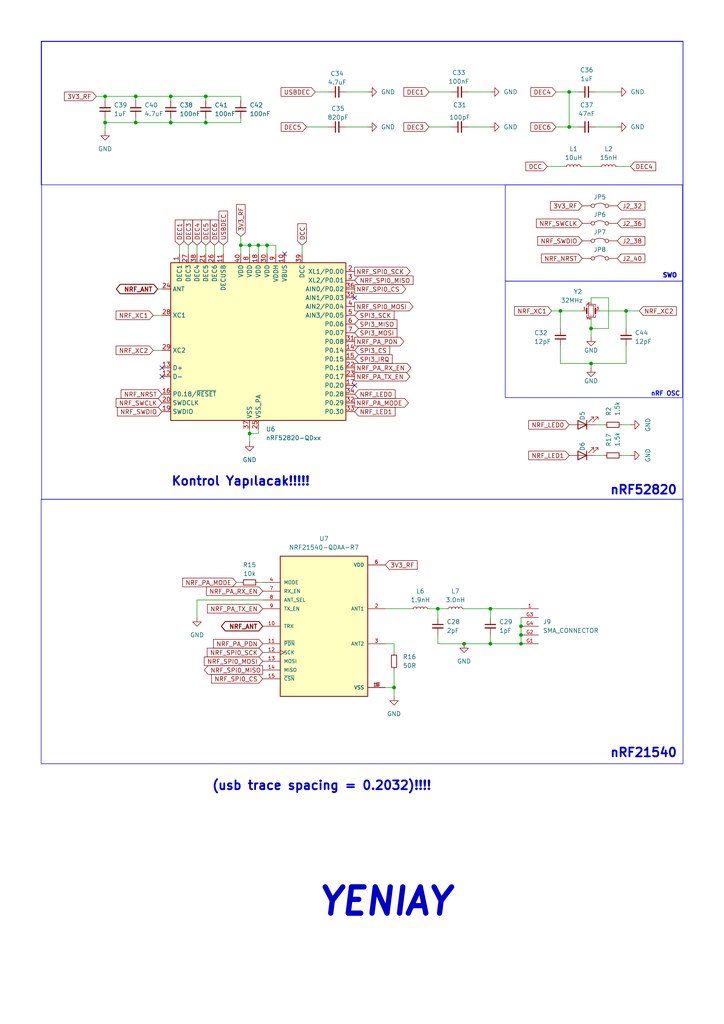
<source format=kicad_sch>
(kicad_sch (version 20231120) (generator "eeschema") (generator_version "8.0")
  (paper "A4" portrait)
  (title_block (title "RF "))
  (lib_symbols
    (symbol "Device:C_Small" (pin_numbers hide) (pin_names (offset 0.254) hide)
      (property "Reference" "C" (at 0.254 1.778 0))
      (property "Value" "C_Small" (at 0.254 -2.032 0))
      (symbol "C_Small_0_1"
        (polyline (pts (xy -1.524 -0.508) (xy 1.524 -0.508)) (stroke (width 0.3302)))
        (polyline (pts (xy -1.524 0.508) (xy 1.524 0.508)) (stroke (width 0.3048)))
      )
      (symbol "C_Small_1_1"
        (pin passive line (at 0 2.54 270) (length 2.032) (name "~") (number "1"))
        (pin passive line (at 0 -2.54 90) (length 2.032) (name "~") (number "2"))
      )
    )
    (symbol "Device:Crystal_GND24_Small" (pin_names (offset 1.016) hide)
      (property "Reference" "Y" (at 1.27 4.445 0))
      (property "Value" "Crystal_GND24_Small" (at 1.27 2.54 0))
      (symbol "Crystal_GND24_Small_0_1"
        (rectangle (start -0.762 -1.524) (end 0.762 1.524))
        (polyline (pts (xy -1.27 -0.762) (xy -1.27 0.762)) (stroke (width 0.381)))
        (polyline (pts (xy 1.27 -0.762) (xy 1.27 0.762)) (stroke (width 0.381)))
        (polyline (pts (xy -1.27 -1.27) (xy -1.27 -1.905) (xy 1.27 -1.905) (xy 1.27 -1.27)))
        (polyline (pts (xy -1.27 1.27) (xy -1.27 1.905) (xy 1.27 1.905) (xy 1.27 1.27)))
      )
      (symbol "Crystal_GND24_Small_1_1"
        (pin passive line (at -2.54 0 0) (length 1.27) (name "1") (number "1"))
        (pin passive line (at 0 -2.54 90) (length 0.635) (name "2") (number "2"))
        (pin passive line (at 2.54 0 180) (length 1.27) (name "3") (number "3"))
        (pin passive line (at 0 2.54 270) (length 0.635) (name "4") (number "4"))
      )
    )
    (symbol "Device:LED" (pin_numbers hide) (pin_names (offset 1.016) hide)
      (property "Reference" "D" (at 0 2.54 0))
      (property "Value" "LED" (at 0 -2.54 0))
      (symbol "LED_0_1"
        (polyline (pts (xy -1.27 -1.27) (xy -1.27 1.27)) (stroke (width 0.254)))
        (polyline (pts (xy -1.27 0) (xy 1.27 0)))
        (polyline (pts (xy 1.27 -1.27) (xy 1.27 1.27) (xy -1.27 0) (xy 1.27 -1.27)) (stroke (width 0.254)))
        (polyline (pts (xy -3.048 -0.762) (xy -4.572 -2.286) (xy -3.81 -2.286) (xy -4.572 -2.286) (xy -4.572 -1.524)))
        (polyline (pts (xy -1.778 -0.762) (xy -3.302 -2.286) (xy -2.54 -2.286) (xy -3.302 -2.286) (xy -3.302 -1.524)))
      )
      (symbol "LED_1_1"
        (pin passive line (at -3.81 0 0) (length 2.54) (name "K") (number "1"))
        (pin passive line (at 3.81 0 180) (length 2.54) (name "A") (number "2"))
      )
    )
    (symbol "Device:L_Small" (pin_numbers hide) (pin_names (offset 0.254) hide)
      (property "Reference" "L" (at 0.762 1.016 0))
      (property "Value" "L_Small" (at 0.762 -1.016 0))
      (symbol "L_Small_0_1"
        (arc (start 0 -2.032) (mid 0.5058 -1.524) (end 0 -1.016))
        (arc (start 0 -1.016) (mid 0.5058 -0.508) (end 0 0))
        (arc (start 0 0) (mid 0.5058 0.508) (end 0 1.016))
        (arc (start 0 1.016) (mid 0.5058 1.524) (end 0 2.032))
      )
      (symbol "L_Small_1_1"
        (pin passive line (at 0 2.54 270) (length 0.508) (name "~") (number "1"))
        (pin passive line (at 0 -2.54 90) (length 0.508) (name "~") (number "2"))
      )
    )
    (symbol "Device:R_Small" (pin_numbers hide) (pin_names (offset 0.254) hide)
      (property "Reference" "R" (at 0.762 0.508 0))
      (property "Value" "R_Small" (at 0.762 -1.016 0))
      (symbol "R_Small_0_1"
        (rectangle (start -0.762 1.778) (end 0.762 -1.778) (stroke (width 0.2032)))
      )
      (symbol "R_Small_1_1"
        (pin passive line (at 0 2.54 270) (length 0.762) (name "~") (number "1"))
        (pin passive line (at 0 -2.54 90) (length 0.762) (name "~") (number "2"))
      )
    )
    (symbol "Jumper:Jumper_2_Bridged" (pin_numbers hide) (pin_names (offset 0) hide) (exclude_from_sim yes)
      (property "Reference" "JP" (at 0 1.905 0))
      (property "Value" "Jumper_2_Bridged" (at 0 -2.54 0))
      (symbol "Jumper_2_Bridged_0_0"
        (circle (center -2.032 0) (radius 0.508))
        (circle (center 2.032 0) (radius 0.508))
      )
      (symbol "Jumper_2_Bridged_0_1"
        (arc (start 1.524 0.254) (mid 0 0.762) (end -1.524 0.254))
      )
      (symbol "Jumper_2_Bridged_1_1"
        (pin passive line (at -5.08 0 0) (length 2.54) (name "A") (number "1"))
        (pin passive line (at 5.08 0 180) (length 2.54) (name "B") (number "2"))
      )
    )
    (symbol "MCU_Nordic:nRF52820-QDxx"
      (property "Reference" "U" (at -2.54 0 0))
      (property "Value" "nRF52820-QDxx" (at -2.54 -2.54 0))
      (symbol "nRF52820-QDxx_0_1"
        (rectangle (start -25.4 22.86) (end 25.4 -22.86) (stroke (width 0.254)) (fill (type background)))
      )
      (symbol "nRF52820-QDxx_1_1"
        (pin passive line (at -22.86 25.4 270) (length 2.54) (name "DEC1") (number "1"))
        (pin power_in line (at 7.62 25.4 270) (length 2.54) (name "VBUS") (number "10"))
        (pin passive line (at -10.16 25.4 270) (length 2.54) (name "DECUSB") (number "11"))
        (pin bidirectional line (at -27.94 -10.16 0) (length 2.54) (name "D-") (number "12"))
        (pin bidirectional line (at -27.94 -7.62 0) (length 2.54) (name "D+") (number "13"))
        (pin bidirectional line (at 27.94 -2.54 180) (length 2.54) (name "P0.14") (number "14"))
        (pin bidirectional line (at 27.94 -5.08 180) (length 2.54) (name "P0.15") (number "15"))
        (pin bidirectional line (at -27.94 -15.24 0) (length 2.54) (name "P0.18/~{RESET}") (number "16"))
        (pin bidirectional line (at 27.94 -12.7 180) (length 2.54) (name "P0.20") (number "17"))
        (pin power_in line (at 0 25.4 270) (length 2.54) (name "VDD") (number "18"))
        (pin bidirectional line (at -27.94 -20.32 0) (length 2.54) (name "SWDIO") (number "19"))
        (pin bidirectional line (at 27.94 20.32 180) (length 2.54) (name "XL1/P0.00") (number "2"))
        (pin input line (at -27.94 -17.78 0) (length 2.54) (name "SWDCLK") (number "20"))
        (pin passive line (at -15.24 25.4 270) (length 2.54) (name "DEC5") (number "21"))
        (pin bidirectional line (at 27.94 -7.62 180) (length 2.54) (name "P0.16") (number "22"))
        (pin bidirectional line (at 27.94 -10.16 180) (length 2.54) (name "P0.17") (number "23"))
        (pin passive line (at -27.94 15.24 0) (length 2.54) (name "ANT") (number "24"))
        (pin power_in line (at 0 -25.4 90) (length 2.54) (name "VSS_PA") (number "25"))
        (pin passive line (at -12.7 25.4 270) (length 2.54) (name "DEC6") (number "26"))
        (pin passive line (at -20.32 25.4 270) (length 2.54) (name "DEC3") (number "27"))
        (pin input line (at -27.94 7.62 0) (length 2.54) (name "XC1") (number "28"))
        (pin input line (at -27.94 -2.54 0) (length 2.54) (name "XC2") (number "29"))
        (pin bidirectional line (at 27.94 17.78 180) (length 2.54) (name "XL2/P0.01") (number "3"))
        (pin power_in line (at 2.54 25.4 270) (length 2.54) (name "VDD") (number "30"))
        (pin bidirectional line (at 27.94 0 180) (length 2.54) (name "P0.08") (number "31"))
        (pin bidirectional line (at 27.94 -17.78 180) (length 2.54) (name "P0.29") (number "32"))
        (pin bidirectional line (at 27.94 -20.32 180) (length 2.54) (name "P0.30") (number "33"))
        (pin bidirectional line (at 27.94 -15.24 180) (length 2.54) (name "P0.28") (number "34"))
        (pin bidirectional line (at 27.94 12.7 180) (length 2.54) (name "AIN1/P0.03") (number "35"))
        (pin bidirectional line (at 27.94 15.24 180) (length 2.54) (name "AIN0/P0.02") (number "36"))
        (pin power_in line (at -2.54 -25.4 90) (length 2.54) (name "VSS") (number "37"))
        (pin passive line (at -17.78 25.4 270) (length 2.54) (name "DEC4") (number "38"))
        (pin power_out line (at 12.7 25.4 270) (length 2.54) (name "DCC") (number "39"))
        (pin bidirectional line (at 27.94 10.16 180) (length 2.54) (name "AIN2/P0.04") (number "4"))
        (pin power_in line (at -5.08 25.4 270) (length 2.54) (name "VDD") (number "40"))
        (pin passive line (at -2.54 -25.4 90) (length 2.54) hide (name "VSS") (number "41"))
        (pin bidirectional line (at 27.94 7.62 180) (length 2.54) (name "AIN3/P0.05") (number "5"))
        (pin bidirectional line (at 27.94 5.08 180) (length 2.54) (name "P0.06") (number "6"))
        (pin bidirectional line (at 27.94 2.54 180) (length 2.54) (name "P0.07") (number "7"))
        (pin power_in line (at -2.54 25.4 270) (length 2.54) (name "VDD") (number "8"))
        (pin power_in line (at 5.08 25.4 270) (length 2.54) (name "VDDH") (number "9"))
      )
    )
    (symbol "NRF21540-QDAA-R7:NRF21540-QDAA-R7" (pin_names (offset 1.016))
      (property "Reference" "U" (at -12.7 21.209 0))
      (property "Value" "NRF21540-QDAA-R7" (at -12.7 -22.86 0))
      (symbol "NRF21540-QDAA-R7_0_0"
        (rectangle (start -12.7 -20.32) (end 12.7 20.32) (stroke (width 0.254)) (fill (type background)))
        (pin power_in line (at 17.78 -17.78 180) (length 5.08) (name "VSS") (number "1"))
        (pin bidirectional line (at -17.78 0 0) (length 5.08) (name "TRX") (number "10"))
        (pin input line (at -17.78 -5.08 0) (length 5.08) (name "~{PDN}") (number "11"))
        (pin input clock (at -17.78 -7.62 0) (length 5.08) (name "SCK") (number "12"))
        (pin input line (at -17.78 -10.16 0) (length 5.08) (name "MOSI") (number "13"))
        (pin output line (at -17.78 -12.7 0) (length 5.08) (name "MISO") (number "14"))
        (pin input line (at -17.78 -15.24 0) (length 5.08) (name "~{CSN}") (number "15"))
        (pin power_in line (at 17.78 -17.78 180) (length 5.08) (name "VSS") (number "16"))
        (pin power_in line (at 17.78 -17.78 180) (length 5.08) (name "VSS") (number "17"))
        (pin bidirectional line (at 17.78 5.08 180) (length 5.08) (name "ANT1") (number "2"))
        (pin bidirectional line (at 17.78 -5.08 180) (length 5.08) (name "ANT2") (number "3"))
        (pin input line (at -17.78 12.7 0) (length 5.08) (name "MODE") (number "4"))
        (pin power_in line (at 17.78 17.78 180) (length 5.08) (name "VDD") (number "5"))
        (pin power_in line (at 17.78 17.78 180) (length 5.08) (name "VDD") (number "6"))
        (pin input line (at -17.78 10.16 0) (length 5.08) (name "RX_EN") (number "7"))
        (pin input line (at -17.78 7.62 0) (length 5.08) (name "ANT_SEL") (number "8"))
        (pin input line (at -17.78 5.08 0) (length 5.08) (name "TX_EN") (number "9"))
      )
    )
    (symbol "SMA_CONNECTOR:SMA_CONNECTOR" (pin_names (offset 1.016))
      (property "Reference" "J" (at -3.81 1.524 0))
      (property "Value" "SMA_CONNECTOR" (at 10.16 -6.35 0))
      (symbol "SMA_CONNECTOR_0_0"
        (pin passive line (at 2.54 0 180) (length 5.08) (name "~") (number "1"))
        (pin passive line (at 2.54 -10.16 180) (length 5.08) (name "~") (number "G1"))
        (pin passive line (at 2.54 -7.62 180) (length 5.08) (name "~") (number "G2"))
        (pin passive line (at 2.54 -2.54 180) (length 5.08) (name "~") (number "G3"))
        (pin passive line (at 2.54 -5.08 180) (length 5.08) (name "~") (number "G4"))
      )
    )
    (symbol "power:GND" (power) (pin_numbers hide) (pin_names (offset 0) hide)
      (property "Value" "GND" (at 0 -3.81 0))
      (symbol "GND_0_1"
        (polyline (pts (xy 0 0) (xy 0 -1.27) (xy 1.27 -1.27) (xy 0 -2.54) (xy -1.27 -1.27) (xy 0 -1.27)))
      )
      (symbol "GND_1_1"
        (pin power_in line (at 0 0 270) (length 0) (name "~") (number "1"))
      )
    )
  )
  (junction (at 127 176.53))
  (junction (at 59.69 35.56))
  (junction (at 72.39 71.12))
  (junction (at 74.93 71.12))
  (junction (at 134.62 186.69))
  (junction (at 162.56 90.17))
  (junction (at 77.47 71.12))
  (junction (at 151.13 181.61))
  (junction (at 181.61 90.17))
  (junction (at 142.24 176.53))
  (junction (at 30.48 27.94))
  (junction (at 165.1 26.67))
  (junction (at 151.13 186.69))
  (junction (at 165.1 36.83))
  (junction (at 114.3 199.39))
  (junction (at 39.37 35.56))
  (junction (at 39.37 27.94))
  (junction (at 49.53 27.94))
  (junction (at 72.39 125.73))
  (junction (at 59.69 27.94))
  (junction (at 30.48 35.56))
  (junction (at 171.45 105.41))
  (junction (at 69.85 71.12))
  (junction (at 49.53 35.56))
  (junction (at 142.24 186.69))
  (junction (at 151.13 184.15))
  (junction (at 171.45 95.25))
  (no_connect (at 46.99 109.22))
  (no_connect (at 102.87 111.76))
  (no_connect (at 82.55 73.66))
  (no_connect (at 46.99 106.68))
  (no_connect (at 102.87 86.36))
  (wire (pts (xy 69.85 35.56) (xy 69.85 34.29)))
  (wire (pts (xy 124.46 26.67) (xy 130.81 26.67)))
  (wire (pts (xy 72.39 125.73) (xy 72.39 124.46)))
  (wire (pts (xy 111.76 199.39) (xy 114.3 199.39)))
  (wire (pts (xy 44.45 101.6) (xy 46.99 101.6)))
  (wire (pts (xy 74.93 71.12) (xy 77.47 71.12)))
  (wire (pts (xy 100.33 36.83) (xy 106.68 36.83)))
  (wire (pts (xy 162.56 90.17) (xy 162.56 95.25)))
  (wire (pts (xy 59.69 71.12) (xy 59.69 73.66)))
  (wire (pts (xy 57.15 71.12) (xy 57.15 73.66)))
  (wire (pts (xy 74.93 73.66) (xy 74.93 71.12)))
  (wire (pts (xy 59.69 27.94) (xy 59.69 29.21)))
  (wire (pts (xy 142.24 186.69) (xy 151.13 186.69)))
  (wire (pts (xy 114.3 194.31) (xy 114.3 199.39)))
  (wire (pts (xy 127 184.15) (xy 127 186.69)))
  (wire (pts (xy 165.1 26.67) (xy 167.64 26.67)))
  (wire (pts (xy 179.07 48.26) (xy 182.88 48.26)))
  (wire (pts (xy 111.76 176.53) (xy 119.38 176.53)))
  (wire (pts (xy 39.37 27.94) (xy 49.53 27.94)))
  (wire (pts (xy 72.39 125.73) (xy 74.93 125.73)))
  (wire (pts (xy 72.39 71.12) (xy 69.85 71.12)))
  (wire (pts (xy 49.53 35.56) (xy 49.53 34.29)))
  (wire (pts (xy 114.3 186.69) (xy 111.76 186.69)))
  (wire (pts (xy 30.48 27.94) (xy 39.37 27.94)))
  (wire (pts (xy 172.72 36.83) (xy 179.07 36.83)))
  (wire (pts (xy 57.15 173.99) (xy 57.15 179.07)))
  (wire (pts (xy 30.48 35.56) (xy 39.37 35.56)))
  (wire (pts (xy 59.69 35.56) (xy 59.69 34.29)))
  (wire (pts (xy 62.23 71.12) (xy 62.23 73.66)))
  (wire (pts (xy 69.85 68.58) (xy 69.85 71.12)))
  (wire (pts (xy 171.45 95.25) (xy 171.45 97.79)))
  (wire (pts (xy 181.61 100.33) (xy 181.61 105.41)))
  (wire (pts (xy 30.48 35.56) (xy 30.48 38.1)))
  (wire (pts (xy 171.45 87.63) (xy 171.45 86.36)))
  (wire (pts (xy 49.53 27.94) (xy 49.53 29.21)))
  (wire (pts (xy 127 176.53) (xy 129.54 176.53)))
  (wire (pts (xy 135.89 36.83) (xy 142.24 36.83)))
  (wire (pts (xy 49.53 35.56) (xy 59.69 35.56)))
  (wire (pts (xy 74.93 125.73) (xy 74.93 124.46)))
  (wire (pts (xy 171.45 106.68) (xy 171.45 105.41)))
  (wire (pts (xy 142.24 176.53) (xy 142.24 179.07)))
  (wire (pts (xy 54.61 71.12) (xy 54.61 73.66)))
  (wire (pts (xy 168.91 90.17) (xy 162.56 90.17)))
  (wire (pts (xy 91.44 26.67) (xy 95.25 26.67)))
  (wire (pts (xy 69.85 71.12) (xy 69.85 73.66)))
  (wire (pts (xy 142.24 176.53) (xy 151.13 176.53)))
  (wire (pts (xy 72.39 71.12) (xy 72.39 73.66)))
  (wire (pts (xy 165.1 36.83) (xy 167.64 36.83)))
  (wire (pts (xy 162.56 105.41) (xy 171.45 105.41)))
  (wire (pts (xy 171.45 92.71) (xy 171.45 95.25)))
  (wire (pts (xy 181.61 90.17) (xy 185.42 90.17)))
  (wire (pts (xy 114.3 189.23) (xy 114.3 186.69)))
  (wire (pts (xy 100.33 26.67) (xy 106.68 26.67)))
  (wire (pts (xy 142.24 186.69) (xy 134.62 186.69)))
  (wire (pts (xy 80.01 73.66) (xy 80.01 71.12)))
  (wire (pts (xy 176.53 95.25) (xy 171.45 95.25)))
  (wire (pts (xy 162.56 100.33) (xy 162.56 105.41)))
  (wire (pts (xy 52.07 71.12) (xy 52.07 73.66)))
  (wire (pts (xy 127 176.53) (xy 127 179.07)))
  (wire (pts (xy 124.46 36.83) (xy 130.81 36.83)))
  (wire (pts (xy 44.45 91.44) (xy 46.99 91.44)))
  (wire (pts (xy 168.91 48.26) (xy 173.99 48.26)))
  (wire (pts (xy 124.46 176.53) (xy 127 176.53)))
  (wire (pts (xy 158.75 48.26) (xy 163.83 48.26)))
  (wire (pts (xy 69.85 27.94) (xy 69.85 29.21)))
  (wire (pts (xy 161.29 36.83) (xy 165.1 36.83)))
  (wire (pts (xy 30.48 34.29) (xy 30.48 35.56)))
  (wire (pts (xy 176.53 86.36) (xy 176.53 95.25)))
  (wire (pts (xy 171.45 105.41) (xy 181.61 105.41)))
  (wire (pts (xy 77.47 71.12) (xy 77.47 73.66)))
  (wire (pts (xy 68.58 168.91) (xy 69.85 168.91)))
  (wire (pts (xy 87.63 71.12) (xy 87.63 73.66)))
  (wire (pts (xy 39.37 27.94) (xy 39.37 29.21)))
  (wire (pts (xy 72.39 71.12) (xy 74.93 71.12)))
  (wire (pts (xy 27.94 27.94) (xy 30.48 27.94)))
  (wire (pts (xy 114.3 199.39) (xy 114.3 201.93)))
  (wire (pts (xy 161.29 26.67) (xy 165.1 26.67)))
  (wire (pts (xy 171.45 86.36) (xy 176.53 86.36)))
  (wire (pts (xy 64.77 71.12) (xy 64.77 73.66)))
  (wire (pts (xy 172.72 26.67) (xy 179.07 26.67)))
  (wire (pts (xy 59.69 27.94) (xy 69.85 27.94)))
  (wire (pts (xy 59.69 35.56) (xy 69.85 35.56)))
  (wire (pts (xy 76.2 173.99) (xy 57.15 173.99)))
  (wire (pts (xy 127 186.69) (xy 134.62 186.69)))
  (wire (pts (xy 151.13 181.61) (xy 151.13 184.15)))
  (wire (pts (xy 142.24 184.15) (xy 142.24 186.69)))
  (wire (pts (xy 165.1 26.67) (xy 165.1 36.83)))
  (wire (pts (xy 72.39 128.27) (xy 72.39 125.73)))
  (wire (pts (xy 39.37 35.56) (xy 49.53 35.56)))
  (wire (pts (xy 135.89 26.67) (xy 142.24 26.67)))
  (wire (pts (xy 173.99 90.17) (xy 181.61 90.17)))
  (wire (pts (xy 49.53 27.94) (xy 59.69 27.94)))
  (wire (pts (xy 30.48 27.94) (xy 30.48 29.21)))
  (wire (pts (xy 74.93 168.91) (xy 76.2 168.91)))
  (wire (pts (xy 172.72 123.19) (xy 175.26 123.19)))
  (wire (pts (xy 172.72 132.08) (xy 175.26 132.08)))
  (wire (pts (xy 134.62 176.53) (xy 142.24 176.53)))
  (wire (pts (xy 151.13 179.07) (xy 151.13 181.61)))
  (wire (pts (xy 80.01 71.12) (xy 77.47 71.12)))
  (wire (pts (xy 151.13 184.15) (xy 151.13 186.69)))
  (wire (pts (xy 88.9 36.83) (xy 95.25 36.83)))
  (wire (pts (xy 39.37 35.56) (xy 39.37 34.29)))
  (wire (pts (xy 180.34 123.19) (xy 182.88 123.19)))
  (wire (pts (xy 180.34 132.08) (xy 182.88 132.08)))
  (wire (pts (xy 160.02 90.17) (xy 162.56 90.17)))
  (wire (pts (xy 181.61 90.17) (xy 181.61 95.25)))
  (wire (pts (xy 45.72 83.82) (xy 46.99 83.82)))
  (rectangle (start 11.938 144.78) (end 198.12 221.488))
  (rectangle (start 146.558 53.594) (end 197.993 81.534))
  (rectangle (start 12.065 12.065) (end 198.12 144.78))
  (rectangle (start 146.558 81.534) (end 197.993 115.316))
  (rectangle (start 11.938 11.938) (end 198.12 53.594))
  (text "Kontrol Yapılacak!!!!!" (at 69.85 139.7 0) (effects (font (size 2.54 2.54) (thickness 0.508) (bold yes))))
  (text "(usb trace spacing = 0.2032)!!!!" (at 93.345 227.965 0) (effects (font (size 2.54 2.54) (thickness 0.508) (bold yes))))
  (text "nRF21540" (at 186.69 218.44 0) (effects (font (size 2.54 2.54) (thickness 0.508) (bold yes))))
  (text "nRF52820" (at 186.69 142.24 0) (effects (font (size 2.54 2.54) (thickness 0.508) (bold yes))))
  (text "YENIAY" (at 111.76 261.62 0) (effects (font (size 7.62 7.62) (thickness 1.524) (bold yes) (italic yes))))
  (text "nRF OSC" (at 193.04 114.3 0) (effects (font (size 1.27 1.27) (thickness 0.254) (bold yes))))
  (text "SWO" (at 194.31 80.01 0) (effects (font (size 1.27 1.27) (thickness 0.508) (bold yes))))
  (global_label "NRF_XC1" (shape input) (at 160.02 90.17 180) (property "Intersheetrefs" "${INTERSHEET_REFS}" (effects (hide yes))))
  (global_label "DEC6" (shape input) (at 62.23 71.12 90) (property "Intersheetrefs" "${INTERSHEET_REFS}" (effects (hide yes))))
  (global_label "DEC4" (shape input) (at 161.29 26.67 180) (property "Intersheetrefs" "${INTERSHEET_REFS}" (effects (hide yes))))
  (global_label "NRF_SWCLK" (shape input) (at 168.91 64.77 180) (property "Intersheetrefs" "${INTERSHEET_REFS}" (effects (hide yes))))
  (global_label "DCC" (shape input) (at 87.63 71.12 90) (property "Intersheetrefs" "${INTERSHEET_REFS}" (effects (hide yes))))
  (global_label "SPI3_CS" (shape input) (at 102.87 101.6 0) (property "Intersheetrefs" "${INTERSHEET_REFS}" (effects (hide yes))))
  (global_label "DEC3" (shape input) (at 54.61 71.12 90) (property "Intersheetrefs" "${INTERSHEET_REFS}" (effects (hide yes))))
  (global_label "NRF_NRST" (shape input) (at 168.91 74.93 180) (property "Intersheetrefs" "${INTERSHEET_REFS}" (effects (hide yes))))
  (global_label "NRF_NRST" (shape input) (at 46.99 114.3 180) (property "Intersheetrefs" "${INTERSHEET_REFS}" (effects (hide yes))))
  (global_label "NRF_SPI0_MOSI" (shape input) (at 76.2 191.77 180) (property "Intersheetrefs" "${INTERSHEET_REFS}" (effects (hide yes))))
  (global_label "NRF_LED0" (shape input) (at 102.87 114.3 0) (property "Intersheetrefs" "${INTERSHEET_REFS}" (effects (hide yes))))
  (global_label "DEC1" (shape input) (at 124.46 26.67 180) (property "Intersheetrefs" "${INTERSHEET_REFS}" (effects (hide yes))))
  (global_label "NRF_SPI0_CS" (shape output) (at 102.87 83.82 0) (property "Intersheetrefs" "${INTERSHEET_REFS}" (effects (hide yes))))
  (global_label "J2_38" (shape input) (at 179.07 69.85 0) (property "Intersheetrefs" "${INTERSHEET_REFS}" (effects (hide yes))))
  (global_label "NRF_ANT" (shape bidirectional) (at 45.72 83.82 180) (effects (font (thickness 0.254) (bold yes))) (property "Intersheetrefs" "${INTERSHEET_REFS}" (effects (hide yes))))
  (global_label "DEC1" (shape input) (at 52.07 71.12 90) (property "Intersheetrefs" "${INTERSHEET_REFS}" (effects (hide yes))))
  (global_label "NRF_XC2" (shape input) (at 44.45 101.6 180) (property "Intersheetrefs" "${INTERSHEET_REFS}" (effects (hide yes))))
  (global_label "3V3_RF" (shape input) (at 69.85 68.58 90) (property "Intersheetrefs" "${INTERSHEET_REFS}" (effects (hide yes))))
  (global_label "NRF_PA_MODE" (shape input) (at 68.58 168.91 180) (property "Intersheetrefs" "${INTERSHEET_REFS}" (effects (hide yes))))
  (global_label "DCC" (shape input) (at 158.75 48.26 180) (property "Intersheetrefs" "${INTERSHEET_REFS}" (effects (hide yes))))
  (global_label "NRF_PA_PDN" (shape input) (at 76.2 186.69 180) (property "Intersheetrefs" "${INTERSHEET_REFS}" (effects (hide yes))))
  (global_label "SPI3_SCK" (shape input) (at 102.87 91.44 0) (property "Intersheetrefs" "${INTERSHEET_REFS}" (effects (hide yes))))
  (global_label "NRF_XC1" (shape input) (at 44.45 91.44 180) (property "Intersheetrefs" "${INTERSHEET_REFS}" (effects (hide yes))))
  (global_label "DEC4" (shape input) (at 57.15 71.12 90) (property "Intersheetrefs" "${INTERSHEET_REFS}" (effects (hide yes))))
  (global_label "NRF_LED0" (shape input) (at 165.1 123.19 180) (property "Intersheetrefs" "${INTERSHEET_REFS}" (effects (hide yes))))
  (global_label "DEC4" (shape input) (at 182.88 48.26 0) (property "Intersheetrefs" "${INTERSHEET_REFS}" (effects (hide yes))))
  (global_label "SPI3_IRQ" (shape input) (at 102.87 104.14 0) (property "Intersheetrefs" "${INTERSHEET_REFS}" (effects (hide yes))))
  (global_label "NRF_SPI0_SCK" (shape input) (at 76.2 189.23 180) (property "Intersheetrefs" "${INTERSHEET_REFS}" (effects (hide yes))))
  (global_label "NRF_SWDIO" (shape input) (at 46.99 119.38 180) (property "Intersheetrefs" "${INTERSHEET_REFS}" (effects (hide yes))))
  (global_label "NRF_SWCLK" (shape input) (at 46.99 116.84 180) (property "Intersheetrefs" "${INTERSHEET_REFS}" (effects (hide yes))))
  (global_label "NRF_SPI0_MOSI" (shape output) (at 102.87 88.9 0) (property "Intersheetrefs" "${INTERSHEET_REFS}" (effects (hide yes))))
  (global_label "NRF_SPI0_MISO" (shape input) (at 102.87 81.28 0) (property "Intersheetrefs" "${INTERSHEET_REFS}" (effects (hide yes))))
  (global_label "NRF_PA_TX_EN" (shape input) (at 76.2 176.53 180) (property "Intersheetrefs" "${INTERSHEET_REFS}" (effects (hide yes))))
  (global_label "SPI3_MOSI" (shape input) (at 102.87 96.52 0) (property "Intersheetrefs" "${INTERSHEET_REFS}" (effects (hide yes))))
  (global_label "NRF_PA_MODE" (shape output) (at 102.87 116.84 0) (property "Intersheetrefs" "${INTERSHEET_REFS}" (effects (hide yes))))
  (global_label "3V3_RF" (shape input) (at 27.94 27.94 180) (property "Intersheetrefs" "${INTERSHEET_REFS}" (effects (hide yes))))
  (global_label "USBDEC" (shape input) (at 64.77 71.12 90) (property "Intersheetrefs" "${INTERSHEET_REFS}" (effects (hide yes))))
  (global_label "NRF_SPI0_CS" (shape input) (at 76.2 196.85 180) (property "Intersheetrefs" "${INTERSHEET_REFS}" (effects (hide yes))))
  (global_label "USBDEC" (shape input) (at 91.44 26.67 180) (property "Intersheetrefs" "${INTERSHEET_REFS}" (effects (hide yes))))
  (global_label "NRF_SPI0_SCK" (shape output) (at 102.87 78.74 0) (property "Intersheetrefs" "${INTERSHEET_REFS}" (effects (hide yes))))
  (global_label "NRF_PA_RX_EN" (shape output) (at 102.87 106.68 0) (property "Intersheetrefs" "${INTERSHEET_REFS}" (effects (hide yes))))
  (global_label "NRF_ANT" (shape bidirectional) (at 76.2 181.61 180) (effects (font (thickness 0.254) (bold yes))) (property "Intersheetrefs" "${INTERSHEET_REFS}" (effects (hide yes))))
  (global_label "NRF_SWDIO" (shape input) (at 168.91 69.85 180) (property "Intersheetrefs" "${INTERSHEET_REFS}" (effects (hide yes))))
  (global_label "3V3_RF" (shape input) (at 168.91 59.69 180) (property "Intersheetrefs" "${INTERSHEET_REFS}" (effects (hide yes))))
  (global_label "NRF_SPI0_MISO" (shape output) (at 76.2 194.31 180) (property "Intersheetrefs" "${INTERSHEET_REFS}" (effects (hide yes))))
  (global_label "NRF_LED1" (shape input) (at 102.87 119.38 0) (property "Intersheetrefs" "${INTERSHEET_REFS}" (effects (hide yes))))
  (global_label "NRF_LED1" (shape input) (at 165.1 132.08 180) (property "Intersheetrefs" "${INTERSHEET_REFS}" (effects (hide yes))))
  (global_label "J2_40" (shape input) (at 179.07 74.93 0) (property "Intersheetrefs" "${INTERSHEET_REFS}" (effects (hide yes))))
  (global_label "NRF_PA_RX_EN" (shape input) (at 76.2 171.45 180) (property "Intersheetrefs" "${INTERSHEET_REFS}" (effects (hide yes))))
  (global_label "J2_32" (shape input) (at 179.07 59.69 0) (property "Intersheetrefs" "${INTERSHEET_REFS}" (effects (hide yes))))
  (global_label "DEC5" (shape input) (at 88.9 36.83 180) (property "Intersheetrefs" "${INTERSHEET_REFS}" (effects (hide yes))))
  (global_label "3V3_RF" (shape input) (at 111.76 163.83 0) (property "Intersheetrefs" "${INTERSHEET_REFS}" (effects (hide yes))))
  (global_label "DEC6" (shape input) (at 161.29 36.83 180) (property "Intersheetrefs" "${INTERSHEET_REFS}" (effects (hide yes))))
  (global_label "SPI3_MISO" (shape input) (at 102.87 93.98 0) (property "Intersheetrefs" "${INTERSHEET_REFS}" (effects (hide yes))))
  (global_label "DEC3" (shape input) (at 124.46 36.83 180) (property "Intersheetrefs" "${INTERSHEET_REFS}" (effects (hide yes))))
  (global_label "DEC5" (shape input) (at 59.69 71.12 90) (property "Intersheetrefs" "${INTERSHEET_REFS}" (effects (hide yes))))
  (global_label "NRF_PA_PDN" (shape output) (at 102.87 99.06 0) (property "Intersheetrefs" "${INTERSHEET_REFS}" (effects (hide yes))))
  (global_label "NRF_PA_TX_EN" (shape output) (at 102.87 109.22 0) (property "Intersheetrefs" "${INTERSHEET_REFS}" (effects (hide yes))))
  (global_label "J2_36" (shape input) (at 179.07 64.77 0) (property "Intersheetrefs" "${INTERSHEET_REFS}" (effects (hide yes))))
  (global_label "NRF_XC2" (shape input) (at 185.42 90.17 0) (property "Intersheetrefs" "${INTERSHEET_REFS}" (effects (hide yes))))
  (symbol (lib_id "power:GND") (at 171.45 106.68 0) (unit 1)
    (property "Reference" "#PWR083" (effects (hide yes)))
    (property "Value" "GND" (at 171.45 110.49 0))
    (property "Description" "Power symbol creates a global label with name \"GND\" , ground" (effects (hide yes)))
  )
  (symbol (lib_id "Device:C_Small") (at 39.37 31.75 180) (unit 1)
    (property "Reference" "C40" (at 41.91 30.4735 0) (effects (justify right)))
    (property "Value" "4.7uF" (at 41.91 33.0135 0) (effects (justify right)))
    (property "Footprint" "Capacitor_SMD:C_0603_1608Metric" (effects (hide yes)))
    (property "Description" "Unpolarized capacitor, small symbol" (effects (hide yes)))
  )
  (symbol (lib_id "power:GND") (at 182.88 123.19 90) (unit 1)
    (property "Reference" "#PWR010" (effects (hide yes)))
    (property "Value" "GND" (at 187.96 123.19 0))
    (property "Description" "Power symbol creates a global label with name \"GND\" , ground" (effects (hide yes)))
  )
  (symbol (lib_id "SMA_CONNECTOR:SMA_CONNECTOR") (at 153.67 176.53 0) (mirror y) (unit 1)
    (property "Reference" "J9" (at 157.48 180.3399 0) (effects (justify right)))
    (property "Value" "SMA_CONNECTOR" (at 157.48 182.8799 0) (effects (justify right)))
    (property "Footprint" "LPRS_SMA_CONNECTOR:LPRS_SMA_CONNECTOR" (effects (hide yes)))
    (property "MF" "LPRS" (effects (hide yes)))
    (property "MAXIMUM_PACKAGE_HEIGHT" "8.3 mm" (effects (hide yes)))
    (property "Package" "None" (effects (hide yes)))
    (property "Price" "None" (effects (hide yes)))
    (property "Check_prices" "https://www.snapeda.com/parts/SMA%20CONNECTOR/LPRS/view-part/?ref=eda" (effects (hide yes)))
    (property "STANDARD" "Manufacturer Recommendations" (effects (hide yes)))
    (property "PARTREV" "1.3" (effects (hide yes)))
    (property "SnapEDA_Link" "https://www.snapeda.com/parts/SMA%20CONNECTOR/LPRS/view-part/?ref=snap" (effects (hide yes)))
    (property "MP" "SMA CONNECTOR" (effects (hide yes)))
    (property "Description_1" "\nRF Coaxial Straight SMA Connector\n" (effects (hide yes)))
    (property "Availability" "In Stock" (effects (hide yes)))
    (property "MANUFACTURER" "LPRS" (effects (hide yes)))
  )
  (symbol (lib_id "Device:R_Small") (at 114.3 191.77 0) (unit 1)
    (property "Reference" "R16" (at 116.84 190.4999 0) (effects (justify left)))
    (property "Value" "50R" (at 116.84 193.0399 0) (effects (justify left)))
    (property "Footprint" "Resistor_SMD:R_0603_1608Metric" (effects (hide yes)))
    (property "Description" "Resistor, small symbol" (effects (hide yes)))
  )
  (symbol (lib_id "Device:C_Small") (at 69.85 31.75 0) (unit 1)
    (property "Reference" "C42" (at 72.39 30.4862 0) (effects (justify left)))
    (property "Value" "100nF" (at 72.39 33.0262 0) (effects (justify left)))
    (property "Footprint" "Capacitor_SMD:C_0603_1608Metric" (effects (hide yes)))
    (property "Description" "Unpolarized capacitor, small symbol" (effects (hide yes)))
  )
  (symbol (lib_id "Device:R_Small") (at 177.8 132.08 270) (unit 1)
    (property "Reference" "R17" (at 176.5299 129.54 0) (effects (justify right)))
    (property "Value" "1.5k" (at 179.0699 129.54 0) (effects (justify right)))
    (property "Footprint" "Resistor_SMD:R_0603_1608Metric" (effects (hide yes)))
    (property "Description" "Resistor, small symbol" (effects (hide yes)))
  )
  (symbol (lib_id "Device:C_Small") (at 170.18 36.83 90) (unit 1)
    (property "Reference" "C37" (at 170.1863 30.48 90))
    (property "Value" "47nF" (at 170.1863 33.02 90))
    (property "Footprint" "Capacitor_SMD:C_0603_1608Metric" (effects (hide yes)))
    (property "Description" "Unpolarized capacitor, small symbol" (effects (hide yes)))
  )
  (symbol (lib_id "Device:C_Small") (at 170.18 26.67 90) (unit 1)
    (property "Reference" "C36" (at 170.1863 20.32 90))
    (property "Value" "1uF" (at 170.1863 22.86 90))
    (property "Footprint" "Capacitor_SMD:C_0603_1608Metric" (effects (hide yes)))
    (property "Description" "Unpolarized capacitor, small symbol" (effects (hide yes)))
  )
  (symbol (lib_id "MCU_Nordic:nRF52820-QDxx") (at 74.93 99.06 0) (unit 1)
    (property "Reference" "U6" (at 77.1241 124.46 0) (effects (justify left)))
    (property "Value" "nRF52820-QDxx" (at 77.1241 127 0) (effects (justify left)))
    (property "Footprint" "Package_DFN_QFN:QFN-40-1EP_5x5mm_P0.4mm_EP3.6x3.6mm" (effects (hide yes)))
    (property "Datasheet" "https://infocenter.nordicsemi.com/pdf/nRF52820_PS_v1.0.pdf" (effects (hide yes)))
    (property "Description" "Multiprotocol BLE/ANT/2.4 GHz/802.15.4 Cortex-M4 SoC, QFN-40" (effects (hide yes)))
  )
  (symbol (lib_id "Jumper:Jumper_2_Bridged") (at 173.99 64.77 0) (unit 1) (exclude_from_sim yes)
    (property "Reference" "JP6" (at 173.99 62.23 0))
    (property "Value" "SWDIO" (effects (hide yes)))
    (property "Footprint" "Capacitor_SMD:C_0201_0603Metric" (effects (hide yes)))
    (property "Description" "Jumper, 2-pole, closed/bridged" (effects (hide yes)))
  )
  (symbol (lib_id "power:GND") (at 134.62 186.69 0) (unit 1)
    (property "Reference" "#PWR0102" (effects (hide yes)))
    (property "Value" "GND" (at 134.62 191.77 0))
    (property "Description" "Power symbol creates a global label with name \"GND\" , ground" (effects (hide yes)))
  )
  (symbol (lib_id "power:GND") (at 114.3 201.93 0) (unit 1)
    (property "Reference" "#PWR087" (effects (hide yes)))
    (property "Value" "GND" (at 114.3 207.01 0))
    (property "Description" "Power symbol creates a global label with name \"GND\" , ground" (effects (hide yes)))
  )
  (symbol (lib_id "Device:C_Small") (at 59.69 31.75 0) (unit 1)
    (property "Reference" "C41" (at 62.23 30.4862 0) (effects (justify left)))
    (property "Value" "100nF" (at 62.23 33.0262 0) (effects (justify left)))
    (property "Footprint" "Capacitor_SMD:C_0603_1608Metric" (effects (hide yes)))
    (property "Description" "Unpolarized capacitor, small symbol" (effects (hide yes)))
  )
  (symbol (lib_id "power:GND") (at 142.24 26.67 90) (unit 1)
    (property "Reference" "#PWR020" (effects (hide yes)))
    (property "Value" "GND" (at 146.05 26.6699 90) (effects (justify right)))
    (property "Description" "Power symbol creates a global label with name \"GND\" , ground" (effects (hide yes)))
  )
  (symbol (lib_id "Device:LED") (at 168.91 132.08 180) (unit 1)
    (property "Reference" "D6" (at 168.91 130.81 90) (effects (justify right)))
    (property "Value" "LED" (effects (hide yes)))
    (property "Footprint" "LED_SMD:LED_0603_1608Metric" (effects (hide yes)))
    (property "Description" "Light emitting diode" (effects (hide yes)))
  )
  (symbol (lib_id "Device:R_Small") (at 177.8 123.19 270) (unit 1)
    (property "Reference" "R2" (at 176.5299 120.65 0) (effects (justify right)))
    (property "Value" "1.5k" (at 179.0699 120.65 0) (effects (justify right)))
    (property "Footprint" "Resistor_SMD:R_0603_1608Metric" (effects (hide yes)))
    (property "Description" "Resistor, small symbol" (effects (hide yes)))
  )
  (symbol (lib_id "power:GND") (at 106.68 36.83 90) (unit 1)
    (property "Reference" "#PWR078" (effects (hide yes)))
    (property "Value" "GND" (at 110.49 36.8299 90) (effects (justify right)))
    (property "Description" "Power symbol creates a global label with name \"GND\" , ground" (effects (hide yes)))
  )
  (symbol (lib_id "power:GND") (at 30.48 38.1 0) (unit 1)
    (property "Reference" "#PWR082" (effects (hide yes)))
    (property "Value" "GND" (at 30.48 43.18 0))
    (property "Description" "Power symbol creates a global label with name \"GND\" , ground" (effects (hide yes)))
  )
  (symbol (lib_id "Device:L_Small") (at 166.37 48.26 90) (unit 1)
    (property "Reference" "L1" (at 166.37 43.18 90))
    (property "Value" "10uH" (at 166.37 45.72 90))
    (property "Footprint" "Inductor_SMD:L_0603_1608Metric" (effects (hide yes)))
    (property "Description" "Inductor, small symbol" (effects (hide yes)))
  )
  (symbol (lib_id "Device:C_Small") (at 30.48 31.75 180) (unit 1)
    (property "Reference" "C39" (at 33.02 30.4735 0) (effects (justify right)))
    (property "Value" "1uF" (at 33.02 33.0135 0) (effects (justify right)))
    (property "Footprint" "Capacitor_SMD:C_0603_1608Metric" (effects (hide yes)))
    (property "Description" "Unpolarized capacitor, small symbol" (effects (hide yes)))
  )
  (symbol (lib_id "power:GND") (at 142.24 36.83 90) (unit 1)
    (property "Reference" "#PWR074" (effects (hide yes)))
    (property "Value" "GND" (at 146.05 36.8299 90) (effects (justify right)))
    (property "Description" "Power symbol creates a global label with name \"GND\" , ground" (effects (hide yes)))
  )
  (symbol (lib_id "Device:LED") (at 168.91 123.19 180) (unit 1)
    (property "Reference" "D5" (at 168.91 121.92 90) (effects (justify right)))
    (property "Value" "LED" (effects (hide yes)))
    (property "Footprint" "LED_SMD:LED_0603_1608Metric" (effects (hide yes)))
    (property "Description" "Light emitting diode" (effects (hide yes)))
  )
  (symbol (lib_id "Device:L_Small") (at 132.08 176.53 90) (unit 1)
    (property "Reference" "L7" (at 132.08 171.45 90))
    (property "Value" "3.0nH" (at 132.08 173.99 90))
    (property "Footprint" "Inductor_SMD:L_0201_0603Metric" (effects (hide yes)))
    (property "Description" "Inductor, small symbol" (effects (hide yes)))
  )
  (symbol (lib_id "power:GND") (at 57.15 179.07 0) (unit 1)
    (property "Reference" "#PWR0101" (effects (hide yes)))
    (property "Value" "GND" (at 57.15 184.15 0))
    (property "Description" "Power symbol creates a global label with name \"GND\" , ground" (effects (hide yes)))
  )
  (symbol (lib_id "Jumper:Jumper_2_Bridged") (at 173.99 69.85 0) (unit 1) (exclude_from_sim yes)
    (property "Reference" "JP7" (at 173.99 67.31 0))
    (property "Value" "SWDIO" (effects (hide yes)))
    (property "Footprint" "Capacitor_SMD:C_0201_0603Metric" (effects (hide yes)))
    (property "Description" "Jumper, 2-pole, closed/bridged" (effects (hide yes)))
  )
  (symbol (lib_id "Device:L_Small") (at 176.53 48.26 90) (unit 1)
    (property "Reference" "L2" (at 176.53 43.18 90))
    (property "Value" "15nH" (at 176.53 45.72 90))
    (property "Footprint" "Inductor_SMD:L_0603_1608Metric" (effects (hide yes)))
    (property "Description" "Inductor, small symbol" (effects (hide yes)))
  )
  (symbol (lib_id "Device:C_Small") (at 181.61 97.79 180) (unit 1)
    (property "Reference" "C44" (at 184.15 96.5135 0) (effects (justify right)))
    (property "Value" "12pF" (at 184.15 99.0535 0) (effects (justify right)))
    (property "Footprint" "Capacitor_SMD:C_0603_1608Metric" (effects (hide yes)))
    (property "Description" "Unpolarized capacitor, small symbol" (effects (hide yes)))
  )
  (symbol (lib_id "Device:Crystal_GND24_Small") (at 171.45 90.17 0) (unit 1)
    (property "Reference" "Y2" (at 167.64 84.582 0))
    (property "Value" "32MHz" (at 165.862 87.122 0))
    (property "Footprint" "Crystal:Crystal_SMD_3225-4Pin_3.2x2.5mm" (effects (hide yes)))
    (property "Description" "Four pin crystal, GND on pins 2 and 4, small symbol" (effects (hide yes)))
  )
  (symbol (lib_id "Jumper:Jumper_2_Bridged") (at 173.99 59.69 0) (unit 1) (exclude_from_sim yes)
    (property "Reference" "JP5" (at 173.99 57.15 0))
    (property "Value" "SWDIO" (effects (hide yes)))
    (property "Footprint" "Capacitor_SMD:C_0201_0603Metric" (effects (hide yes)))
    (property "Description" "Jumper, 2-pole, closed/bridged" (effects (hide yes)))
  )
  (symbol (lib_id "power:GND") (at 171.45 97.79 0) (unit 1)
    (property "Reference" "#PWR076" (effects (hide yes)))
    (property "Value" "GND" (at 171.45 101.6 0))
    (property "Description" "Power symbol creates a global label with name \"GND\" , ground" (effects (hide yes)))
  )
  (symbol (lib_id "Jumper:Jumper_2_Bridged") (at 173.99 74.93 0) (unit 1) (exclude_from_sim yes)
    (property "Reference" "JP8" (at 173.99 72.39 0))
    (property "Value" "SWDIO" (effects (hide yes)))
    (property "Footprint" "Capacitor_SMD:C_0201_0603Metric" (effects (hide yes)))
    (property "Description" "Jumper, 2-pole, closed/bridged" (effects (hide yes)))
  )
  (symbol (lib_id "Device:C_Small") (at 142.24 181.61 0) (unit 1)
    (property "Reference" "C29" (at 144.78 180.3462 0) (effects (justify left)))
    (property "Value" "1pF" (at 144.78 182.8862 0) (effects (justify left)))
    (property "Footprint" "Capacitor_SMD:C_0201_0603Metric" (effects (hide yes)))
    (property "Description" "Unpolarized capacitor, small symbol" (effects (hide yes)))
  )
  (symbol (lib_id "Device:C_Small") (at 97.79 26.67 90) (unit 1)
    (property "Reference" "C34" (at 97.79 21.336 90))
    (property "Value" "4.7uF" (at 97.79 23.876 90))
    (property "Footprint" "Capacitor_SMD:C_0603_1608Metric" (effects (hide yes)))
    (property "Description" "Unpolarized capacitor, small symbol" (effects (hide yes)))
  )
  (symbol (lib_id "Device:C_Small") (at 49.53 31.75 0) (unit 1)
    (property "Reference" "C38" (at 52.07 30.4862 0) (effects (justify left)))
    (property "Value" "100nF" (at 52.07 33.0262 0) (effects (justify left)))
    (property "Footprint" "Capacitor_SMD:C_0603_1608Metric" (effects (hide yes)))
    (property "Description" "Unpolarized capacitor, small symbol" (effects (hide yes)))
  )
  (symbol (lib_id "power:GND") (at 182.88 132.08 90) (unit 1)
    (property "Reference" "#PWR019" (effects (hide yes)))
    (property "Value" "GND" (at 187.96 132.08 0))
    (property "Description" "Power symbol creates a global label with name \"GND\" , ground" (effects (hide yes)))
  )
  (symbol (lib_id "Device:R_Small") (at 72.39 168.91 90) (unit 1)
    (property "Reference" "R15" (at 72.39 163.83 90))
    (property "Value" "10k" (at 72.39 166.37 90))
    (property "Footprint" "Resistor_SMD:R_0603_1608Metric" (effects (hide yes)))
    (property "Description" "Resistor, small symbol" (effects (hide yes)))
  )
  (symbol (lib_id "Device:C_Small") (at 133.35 36.83 90) (unit 1)
    (property "Reference" "C31" (at 133.35 30.48 90))
    (property "Value" "100pF" (at 133.35 34.036 90))
    (property "Footprint" "Capacitor_SMD:C_0603_1608Metric" (effects (hide yes)))
    (property "Description" "Unpolarized capacitor, small symbol" (effects (hide yes)))
  )
  (symbol (lib_id "power:GND") (at 106.68 26.67 90) (unit 1)
    (property "Reference" "#PWR077" (effects (hide yes)))
    (property "Value" "GND" (at 110.49 26.6699 90) (effects (justify right)))
    (property "Description" "Power symbol creates a global label with name \"GND\" , ground" (effects (hide yes)))
  )
  (symbol (lib_id "NRF21540-QDAA-R7:NRF21540-QDAA-R7") (at 93.98 181.61 0) (unit 1)
    (property "Reference" "U7" (at 93.98 156.21 0))
    (property "Value" "NRF21540-QDAA-R7" (at 93.98 158.75 0))
    (property "Footprint" "nRF21540:QFN65P400X400X95-17N" (effects (hide yes)))
    (property "B_NOM" "0.3" (effects (hide yes)))
    (property "PIN_COUNT_D" "4.0" (effects (hide yes)))
    (property "B_MIN" "0.25" (effects (hide yes)))
    (property "Check_prices" "https://www.snapeda.com/parts/nRF21540-QDAA-R7/Nordic+Power/view-part/?ref=eda" (effects (hide yes)))
    (property "B_MAX" "0.35" (effects (hide yes)))
    (property "Description_1" "\n                        \n                            RF Front End 2.36GHz ~ 2.5GHz 802.15.4, Bluetooth, Zigbee® 16-QFN (4x4)\n                        \n" (effects (hide yes)))
    (property "Price" "None" (effects (hide yes)))
    (property "ENOM" "0.65" (effects (hide yes)))
    (property "D_NOM" "4.0" (effects (hide yes)))
    (property "D_MAX" "4.0" (effects (hide yes)))
    (property "L_MAX" "0.45" (effects (hide yes)))
    (property "A_MAX" "0.95" (effects (hide yes)))
    (property "Package" "None" (effects (hide yes)))
    (property "E2_NOM" "2.65" (effects (hide yes)))
    (property "D2_NOM" "2.65" (effects (hide yes)))
    (property "PARTREV" "1.0" (effects (hide yes)))
    (property "SnapEDA_Link" "https://www.snapeda.com/parts/nRF21540-QDAA-R7/Nordic+Power/view-part/?ref=snap" (effects (hide yes)))
    (property "E_NOM" "4.0" (effects (hide yes)))
    (property "STANDARD" "IPC 7351B" (effects (hide yes)))
    (property "L_NOM" "0.4" (effects (hide yes)))
    (property "MANUFACTURER" "Nordic Semiconductor" (effects (hide yes)))
    (property "MF" "Nordic Semiconductor" (effects (hide yes)))
    (property "PIN_COUNT_E" "4.0" (effects (hide yes)))
    (property "E_MIN" "4.0" (effects (hide yes)))
    (property "D_MIN" "4.0" (effects (hide yes)))
    (property "MP" "nRF21540-QDAA-R7" (effects (hide yes)))
    (property "L_MIN" "0.35" (effects (hide yes)))
    (property "Availability" "In Stock" (effects (hide yes)))
    (property "E_MAX" "4.0" (effects (hide yes)))
  )
  (symbol (lib_id "Device:C_Small") (at 127 181.61 0) (unit 1)
    (property "Reference" "C28" (at 129.54 180.3462 0) (effects (justify left)))
    (property "Value" "2pF" (at 129.54 182.8862 0) (effects (justify left)))
    (property "Footprint" "Capacitor_SMD:C_0201_0603Metric" (effects (hide yes)))
    (property "Description" "Unpolarized capacitor, small symbol" (effects (hide yes)))
  )
  (symbol (lib_id "power:GND") (at 72.39 128.27 0) (unit 1)
    (property "Reference" "#PWR075" (effects (hide yes)))
    (property "Value" "GND" (at 72.39 133.35 0))
    (property "Description" "Power symbol creates a global label with name \"GND\" , ground" (effects (hide yes)))
  )
  (symbol (lib_id "Device:C_Small") (at 133.35 26.67 90) (unit 1)
    (property "Reference" "C33" (at 133.096 21.082 90))
    (property "Value" "100nF" (at 133.096 23.622 90))
    (property "Footprint" "Capacitor_SMD:C_0603_1608Metric" (effects (hide yes)))
    (property "Description" "Unpolarized capacitor, small symbol" (effects (hide yes)))
  )
  (symbol (lib_id "power:GND") (at 179.07 36.83 90) (unit 1)
    (property "Reference" "#PWR080" (effects (hide yes)))
    (property "Value" "GND" (at 182.88 36.8299 90) (effects (justify right)))
    (property "Description" "Power symbol creates a global label with name \"GND\" , ground" (effects (hide yes)))
  )
  (symbol (lib_id "Device:C_Small") (at 162.56 97.79 180) (unit 1)
    (property "Reference" "C32" (at 154.94 96.52 0) (effects (justify right)))
    (property "Value" "12pF" (at 154.94 99.06 0) (effects (justify right)))
    (property "Footprint" "Capacitor_SMD:C_0603_1608Metric" (effects (hide yes)))
    (property "Description" "Unpolarized capacitor, small symbol" (effects (hide yes)))
  )
  (symbol (lib_id "Device:C_Small") (at 97.79 36.83 90) (unit 1)
    (property "Reference" "C35" (at 98.044 31.496 90))
    (property "Value" "820pF" (at 98.044 34.036 90))
    (property "Footprint" "Capacitor_SMD:C_0603_1608Metric" (effects (hide yes)))
    (property "Description" "Unpolarized capacitor, small symbol" (effects (hide yes)))
  )
  (symbol (lib_id "Device:L_Small") (at 121.92 176.53 90) (unit 1)
    (property "Reference" "L6" (at 121.92 171.45 90))
    (property "Value" "1.9nH" (at 121.92 173.99 90))
    (property "Footprint" "Inductor_SMD:L_0201_0603Metric" (effects (hide yes)))
    (property "Description" "Inductor, small symbol" (effects (hide yes)))
  )
  (symbol (lib_id "power:GND") (at 179.07 26.67 90) (unit 1)
    (property "Reference" "#PWR079" (effects (hide yes)))
    (property "Value" "GND" (at 182.88 26.6699 90) (effects (justify right)))
    (property "Description" "Power symbol creates a global label with name \"GND\" , ground" (effects (hide yes)))
  )
)
</source>
